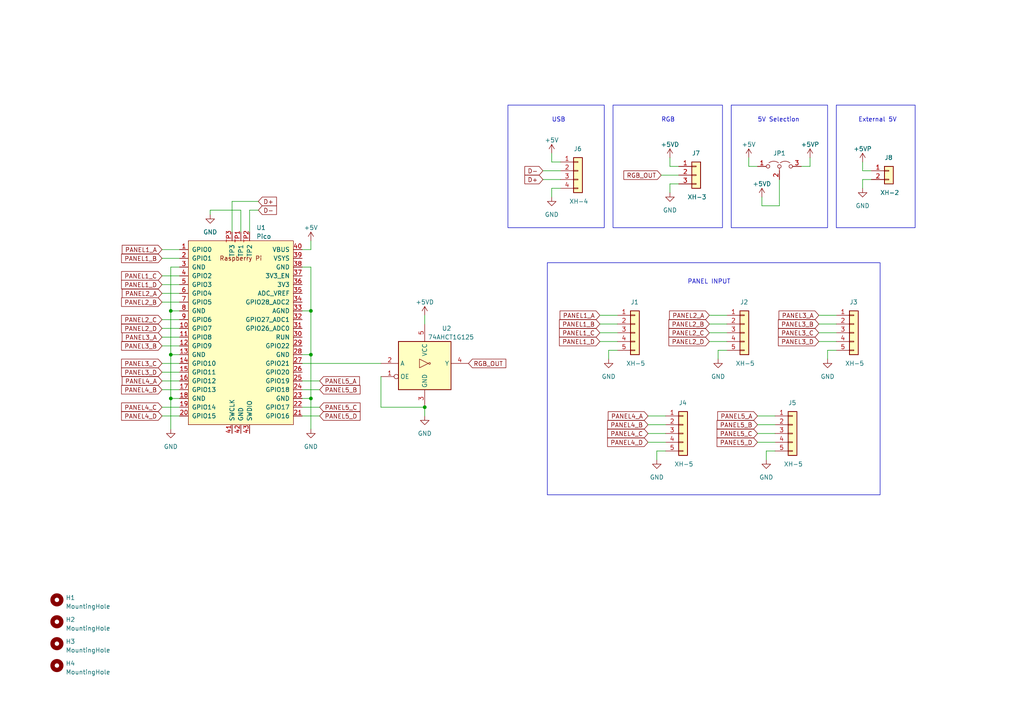
<source format=kicad_sch>
(kicad_sch (version 20230121) (generator eeschema)
  (paper "A4")
  (lib_symbols
    (symbol "Connector_Generic:Conn_01x02" (pin_names (offset 1.016) hide)
      (property "Reference" "J" (at 0 2.54 0))
      (property "Value" "Conn_01x02" (at 0 -5.08 0))
      (symbol "Conn_01x02_1_1"
        (rectangle (start -1.27 -2.413) (end 0 -2.667) (stroke (width 0.1524)))
        (rectangle (start -1.27 0.127) (end 0 -0.127) (stroke (width 0.1524)))
        (rectangle (start -1.27 1.27) (end 1.27 -3.81) (stroke (width 0.254)) (fill (type background)))
        (pin passive line (at -5.08 0 0) (length 3.81) (name "Pin_1") (number "1"))
        (pin passive line (at -5.08 -2.54 0) (length 3.81) (name "Pin_2") (number "2"))
      )
    )
    (symbol "Connector_Generic:Conn_01x03" (pin_names (offset 1.016) hide)
      (property "Reference" "J" (at 0 5.08 0))
      (property "Value" "Conn_01x03" (at 0 -5.08 0))
      (symbol "Conn_01x03_1_1"
        (rectangle (start -1.27 -2.413) (end 0 -2.667) (stroke (width 0.1524)))
        (rectangle (start -1.27 0.127) (end 0 -0.127) (stroke (width 0.1524)))
        (rectangle (start -1.27 2.667) (end 0 2.413) (stroke (width 0.1524)))
        (rectangle (start -1.27 3.81) (end 1.27 -3.81) (stroke (width 0.254)) (fill (type background)))
        (pin passive line (at -5.08 2.54 0) (length 3.81) (name "Pin_1") (number "1"))
        (pin passive line (at -5.08 0 0) (length 3.81) (name "Pin_2") (number "2"))
        (pin passive line (at -5.08 -2.54 0) (length 3.81) (name "Pin_3") (number "3"))
      )
    )
    (symbol "Connector_Generic:Conn_01x04" (pin_names (offset 1.016) hide)
      (property "Reference" "J" (at 0 5.08 0))
      (property "Value" "Conn_01x04" (at 0 -7.62 0))
      (symbol "Conn_01x04_1_1"
        (rectangle (start -1.27 -4.953) (end 0 -5.207) (stroke (width 0.1524)))
        (rectangle (start -1.27 -2.413) (end 0 -2.667) (stroke (width 0.1524)))
        (rectangle (start -1.27 0.127) (end 0 -0.127) (stroke (width 0.1524)))
        (rectangle (start -1.27 2.667) (end 0 2.413) (stroke (width 0.1524)))
        (rectangle (start -1.27 3.81) (end 1.27 -6.35) (stroke (width 0.254)) (fill (type background)))
        (pin passive line (at -5.08 2.54 0) (length 3.81) (name "Pin_1") (number "1"))
        (pin passive line (at -5.08 0 0) (length 3.81) (name "Pin_2") (number "2"))
        (pin passive line (at -5.08 -2.54 0) (length 3.81) (name "Pin_3") (number "3"))
        (pin passive line (at -5.08 -5.08 0) (length 3.81) (name "Pin_4") (number "4"))
      )
    )
    (symbol "Connector_Generic:Conn_01x05" (pin_names (offset 1.016) hide)
      (property "Reference" "J" (at 0 7.62 0))
      (property "Value" "Conn_01x05" (at 0 -7.62 0))
      (symbol "Conn_01x05_1_1"
        (rectangle (start -1.27 -4.953) (end 0 -5.207) (stroke (width 0.1524)))
        (rectangle (start -1.27 -2.413) (end 0 -2.667) (stroke (width 0.1524)))
        (rectangle (start -1.27 0.127) (end 0 -0.127) (stroke (width 0.1524)))
        (rectangle (start -1.27 2.667) (end 0 2.413) (stroke (width 0.1524)))
        (rectangle (start -1.27 5.207) (end 0 4.953) (stroke (width 0.1524)))
        (rectangle (start -1.27 6.35) (end 1.27 -6.35) (stroke (width 0.254)) (fill (type background)))
        (pin passive line (at -5.08 5.08 0) (length 3.81) (name "Pin_1") (number "1"))
        (pin passive line (at -5.08 2.54 0) (length 3.81) (name "Pin_2") (number "2"))
        (pin passive line (at -5.08 0 0) (length 3.81) (name "Pin_3") (number "3"))
        (pin passive line (at -5.08 -2.54 0) (length 3.81) (name "Pin_4") (number "4"))
        (pin passive line (at -5.08 -5.08 0) (length 3.81) (name "Pin_5") (number "5"))
      )
    )
    (symbol "Jumper:Jumper_3_Open" (pin_names (offset 0) hide)
      (property "Reference" "JP" (at -2.54 -2.54 0))
      (property "Value" "Jumper_3_Open" (at 0 2.794 0))
      (symbol "Jumper_3_Open_0_0"
        (circle (center -3.302 0) (radius 0.508))
        (circle (center 0 0) (radius 0.508))
        (circle (center 3.302 0) (radius 0.508))
      )
      (symbol "Jumper_3_Open_0_1"
        (arc (start -0.254 1.016) (mid -1.651 1.4992) (end -3.048 1.016))
        (polyline (pts (xy 0 -0.508) (xy 0 -1.27)))
        (arc (start 3.048 1.016) (mid 1.651 1.4992) (end 0.254 1.016))
      )
      (symbol "Jumper_3_Open_1_1"
        (pin passive line (at -6.35 0 0) (length 2.54) (name "A") (number "1"))
        (pin passive line (at 0 -3.81 90) (length 2.54) (name "C") (number "2"))
        (pin passive line (at 6.35 0 180) (length 2.54) (name "B") (number "3"))
      )
    )
    (symbol "MCU_RaspberryPi_and_Boards:Pico" (pin_names (offset 1.016))
      (property "Reference" "U" (at -13.97 27.94 0))
      (property "Value" "Pico" (at 0 19.05 0))
      (symbol "Pico_0_0"
        (text "Raspberry Pi" (at 0 21.59 0) (effects (font (size 1.27 1.27))))
      )
      (symbol "Pico_0_1"
        (rectangle (start -15.24 26.67) (end 15.24 -26.67) (fill (type background)))
      )
      (symbol "Pico_1_1"
        (pin bidirectional line (at -17.78 24.13 0) (length 2.54) (name "GPIO0") (number "1"))
        (pin bidirectional line (at -17.78 1.27 0) (length 2.54) (name "GPIO7") (number "10"))
        (pin bidirectional line (at -17.78 -1.27 0) (length 2.54) (name "GPIO8") (number "11"))
        (pin bidirectional line (at -17.78 -3.81 0) (length 2.54) (name "GPIO9") (number "12"))
        (pin power_in line (at -17.78 -6.35 0) (length 2.54) (name "GND") (number "13"))
        (pin bidirectional line (at -17.78 -8.89 0) (length 2.54) (name "GPIO10") (number "14"))
        (pin bidirectional line (at -17.78 -11.43 0) (length 2.54) (name "GPIO11") (number "15"))
        (pin bidirectional line (at -17.78 -13.97 0) (length 2.54) (name "GPIO12") (number "16"))
        (pin bidirectional line (at -17.78 -16.51 0) (length 2.54) (name "GPIO13") (number "17"))
        (pin power_in line (at -17.78 -19.05 0) (length 2.54) (name "GND") (number "18"))
        (pin bidirectional line (at -17.78 -21.59 0) (length 2.54) (name "GPIO14") (number "19"))
        (pin bidirectional line (at -17.78 21.59 0) (length 2.54) (name "GPIO1") (number "2"))
        (pin bidirectional line (at -17.78 -24.13 0) (length 2.54) (name "GPIO15") (number "20"))
        (pin bidirectional line (at 17.78 -24.13 180) (length 2.54) (name "GPIO16") (number "21"))
        (pin bidirectional line (at 17.78 -21.59 180) (length 2.54) (name "GPIO17") (number "22"))
        (pin power_in line (at 17.78 -19.05 180) (length 2.54) (name "GND") (number "23"))
        (pin bidirectional line (at 17.78 -16.51 180) (length 2.54) (name "GPIO18") (number "24"))
        (pin bidirectional line (at 17.78 -13.97 180) (length 2.54) (name "GPIO19") (number "25"))
        (pin bidirectional line (at 17.78 -11.43 180) (length 2.54) (name "GPIO20") (number "26"))
        (pin bidirectional line (at 17.78 -8.89 180) (length 2.54) (name "GPIO21") (number "27"))
        (pin power_in line (at 17.78 -6.35 180) (length 2.54) (name "GND") (number "28"))
        (pin bidirectional line (at 17.78 -3.81 180) (length 2.54) (name "GPIO22") (number "29"))
        (pin power_in line (at -17.78 19.05 0) (length 2.54) (name "GND") (number "3"))
        (pin input line (at 17.78 -1.27 180) (length 2.54) (name "RUN") (number "30"))
        (pin bidirectional line (at 17.78 1.27 180) (length 2.54) (name "GPIO26_ADC0") (number "31"))
        (pin bidirectional line (at 17.78 3.81 180) (length 2.54) (name "GPIO27_ADC1") (number "32"))
        (pin power_in line (at 17.78 6.35 180) (length 2.54) (name "AGND") (number "33"))
        (pin bidirectional line (at 17.78 8.89 180) (length 2.54) (name "GPIO28_ADC2") (number "34"))
        (pin unspecified line (at 17.78 11.43 180) (length 2.54) (name "ADC_VREF") (number "35"))
        (pin unspecified line (at 17.78 13.97 180) (length 2.54) (name "3V3") (number "36"))
        (pin input line (at 17.78 16.51 180) (length 2.54) (name "3V3_EN") (number "37"))
        (pin bidirectional line (at 17.78 19.05 180) (length 2.54) (name "GND") (number "38"))
        (pin unspecified line (at 17.78 21.59 180) (length 2.54) (name "VSYS") (number "39"))
        (pin bidirectional line (at -17.78 16.51 0) (length 2.54) (name "GPIO2") (number "4"))
        (pin unspecified line (at 17.78 24.13 180) (length 2.54) (name "VBUS") (number "40"))
        (pin input line (at -2.54 -29.21 90) (length 2.54) (name "SWCLK") (number "41"))
        (pin power_in line (at 0 -29.21 90) (length 2.54) (name "GND") (number "42"))
        (pin bidirectional line (at 2.54 -29.21 90) (length 2.54) (name "SWDIO") (number "43"))
        (pin bidirectional line (at -17.78 13.97 0) (length 2.54) (name "GPIO3") (number "5"))
        (pin bidirectional line (at -17.78 11.43 0) (length 2.54) (name "GPIO4") (number "6"))
        (pin bidirectional line (at -17.78 8.89 0) (length 2.54) (name "GPIO5") (number "7"))
        (pin power_in line (at -17.78 6.35 0) (length 2.54) (name "GND") (number "8"))
        (pin bidirectional line (at -17.78 3.81 0) (length 2.54) (name "GPIO6") (number "9"))
        (pin unspecified line (at 0 29.21 270) (length 2.54) (name "TP1") (number "TP1"))
        (pin bidirectional line (at 2.54 29.21 270) (length 2.54) (name "TP2") (number "TP2"))
        (pin bidirectional line (at -2.54 29.21 270) (length 2.54) (name "TP3") (number "TP3"))
      )
    )
    (symbol "Mechanical:MountingHole" (pin_names (offset 1.016))
      (property "Reference" "H" (at 0 5.08 0))
      (property "Value" "MountingHole" (at 0 3.175 0))
      (symbol "MountingHole_0_1"
        (circle (center 0 0) (radius 1.27) (stroke (width 1.27)))
      )
    )
    (symbol "SN74AHCT1G125:SN74AHCT1G125"
      (property "Reference" "U" (at -7.62 16.51 0))
      (property "Value" "74AHCT1G125" (at -7.62 -16.51 0))
      (symbol "SN74AHCT1G125_1_0"
        (polyline (pts (xy 1.016 0) (xy -1.524 1.27) (xy -1.524 -1.27) (xy 1.016 0)) (stroke (width 0.1524)))
        (circle (center 1.397 0) (radius 0.254) (stroke (width 0.1524)))
        (pin input inverted (at -12.7 -3.81 0) (length 5.08) (name "OE") (number "1"))
        (pin input line (at -12.7 0 0) (length 5.08) (name "A") (number "2"))
        (pin power_in line (at 0 -12.7 90) (length 5.08) (name "GND") (number "3"))
        (pin tri_state line (at 12.7 0 180) (length 5.08) (name "Y") (number "4"))
        (pin power_in line (at 0 11.43 270) (length 5.08) (name "VCC") (number "5"))
      )
      (symbol "SN74AHCT1G125_1_1"
        (rectangle (start -7.62 6.35) (end 7.62 -7.62) (stroke (width 0.254)) (fill (type background)))
      )
    )
    (symbol "power:+5V" (power) (pin_names (offset 0))
      (property "Value" "+5V" (at 0 3.556 0))
      (symbol "+5V_0_1"
        (polyline (pts (xy -0.762 1.27) (xy 0 2.54)))
        (polyline (pts (xy 0 0) (xy 0 2.54)))
        (polyline (pts (xy 0 2.54) (xy 0.762 1.27)))
      )
      (symbol "+5V_1_1"
        (pin power_in line (at 0 0 90) (length 0) hide (name "+5V") (number "1"))
      )
    )
    (symbol "power:+5VD" (power) (pin_names (offset 0))
      (property "Value" "+5VD" (at 0 3.556 0))
      (symbol "+5VD_0_1"
        (polyline (pts (xy -0.762 1.27) (xy 0 2.54)))
        (polyline (pts (xy 0 0) (xy 0 2.54)))
        (polyline (pts (xy 0 2.54) (xy 0.762 1.27)))
      )
      (symbol "+5VD_1_1"
        (pin power_in line (at 0 0 90) (length 0) hide (name "+5VD") (number "1"))
      )
    )
    (symbol "power:+5VP" (power) (pin_names (offset 0))
      (property "Value" "+5VP" (at 0 3.556 0))
      (symbol "+5VP_0_1"
        (polyline (pts (xy -0.762 1.27) (xy 0 2.54)))
        (polyline (pts (xy 0 0) (xy 0 2.54)))
        (polyline (pts (xy 0 2.54) (xy 0.762 1.27)))
      )
      (symbol "+5VP_1_1"
        (pin power_in line (at 0 0 90) (length 0) hide (name "+5VP") (number "1"))
      )
    )
    (symbol "power:GND" (power) (pin_names (offset 0))
      (property "Value" "GND" (at 0 -3.81 0))
      (symbol "GND_0_1"
        (polyline (pts (xy 0 0) (xy 0 -1.27) (xy 1.27 -1.27) (xy 0 -2.54) (xy -1.27 -1.27) (xy 0 -1.27)))
      )
      (symbol "GND_1_1"
        (pin power_in line (at 0 0 270) (length 0) hide (name "GND") (number "1"))
      )
    )
  )
  (junction (at 123.19 118.11))
  (junction (at 49.53 115.57))
  (junction (at 49.53 102.87))
  (junction (at 90.17 115.57))
  (junction (at 90.17 102.87))
  (junction (at 49.53 90.17))
  (junction (at 90.17 90.17))
  (wire (pts (xy 179.07 101.6) (xy 176.53 101.6)))
  (wire (pts (xy 252.73 52.07) (xy 250.19 52.07)))
  (wire (pts (xy 46.99 120.65) (xy 52.07 120.65)))
  (wire (pts (xy 196.85 53.34) (xy 194.31 53.34)))
  (wire (pts (xy 92.71 110.49) (xy 87.63 110.49)))
  (wire (pts (xy 49.53 102.87) (xy 52.07 102.87)))
  (wire (pts (xy 160.02 46.99) (xy 160.02 44.45)))
  (wire (pts (xy 187.96 123.19) (xy 193.04 123.19)))
  (wire (pts (xy 46.99 82.55) (xy 52.07 82.55)))
  (wire (pts (xy 194.31 48.26) (xy 194.31 45.72)))
  (wire (pts (xy 205.74 99.06) (xy 210.82 99.06)))
  (wire (pts (xy 194.31 48.26) (xy 196.85 48.26)))
  (wire (pts (xy 237.49 91.44) (xy 242.57 91.44)))
  (wire (pts (xy 90.17 102.87) (xy 90.17 115.57)))
  (wire (pts (xy 205.74 93.98) (xy 210.82 93.98)))
  (wire (pts (xy 87.63 77.47) (xy 90.17 77.47)))
  (wire (pts (xy 217.17 48.26) (xy 217.17 45.72)))
  (wire (pts (xy 242.57 101.6) (xy 240.03 101.6)))
  (wire (pts (xy 87.63 102.87) (xy 90.17 102.87)))
  (wire (pts (xy 49.53 115.57) (xy 49.53 124.46)))
  (wire (pts (xy 187.96 128.27) (xy 193.04 128.27)))
  (wire (pts (xy 46.99 110.49) (xy 52.07 110.49)))
  (wire (pts (xy 87.63 90.17) (xy 90.17 90.17)))
  (wire (pts (xy 162.56 54.61) (xy 160.02 54.61)))
  (wire (pts (xy 49.53 115.57) (xy 49.53 102.87)))
  (wire (pts (xy 220.98 59.69) (xy 226.06 59.69)))
  (wire (pts (xy 46.99 85.09) (xy 52.07 85.09)))
  (wire (pts (xy 49.53 102.87) (xy 49.53 90.17)))
  (wire (pts (xy 90.17 77.47) (xy 90.17 90.17)))
  (wire (pts (xy 237.49 96.52) (xy 242.57 96.52)))
  (wire (pts (xy 110.49 109.22) (xy 110.49 118.11)))
  (wire (pts (xy 173.99 93.98) (xy 179.07 93.98)))
  (wire (pts (xy 190.5 130.81) (xy 190.5 133.35)))
  (wire (pts (xy 237.49 99.06) (xy 242.57 99.06)))
  (wire (pts (xy 87.63 115.57) (xy 90.17 115.57)))
  (wire (pts (xy 194.31 53.34) (xy 194.31 55.88)))
  (wire (pts (xy 69.85 60.96) (xy 60.96 60.96)))
  (wire (pts (xy 46.99 97.79) (xy 52.07 97.79)))
  (wire (pts (xy 49.53 77.47) (xy 52.07 77.47)))
  (wire (pts (xy 110.49 118.11) (xy 123.19 118.11)))
  (wire (pts (xy 46.99 113.03) (xy 52.07 113.03)))
  (wire (pts (xy 210.82 101.6) (xy 208.28 101.6)))
  (wire (pts (xy 90.17 72.39) (xy 90.17 69.85)))
  (wire (pts (xy 49.53 90.17) (xy 52.07 90.17)))
  (wire (pts (xy 87.63 105.41) (xy 110.49 105.41)))
  (wire (pts (xy 224.79 130.81) (xy 222.25 130.81)))
  (wire (pts (xy 250.19 49.53) (xy 250.19 46.99)))
  (wire (pts (xy 49.53 90.17) (xy 49.53 77.47)))
  (wire (pts (xy 219.71 123.19) (xy 224.79 123.19)))
  (wire (pts (xy 173.99 96.52) (xy 179.07 96.52)))
  (wire (pts (xy 46.99 95.25) (xy 52.07 95.25)))
  (wire (pts (xy 205.74 96.52) (xy 210.82 96.52)))
  (wire (pts (xy 74.93 58.42) (xy 67.31 58.42)))
  (wire (pts (xy 237.49 93.98) (xy 242.57 93.98)))
  (wire (pts (xy 46.99 100.33) (xy 52.07 100.33)))
  (wire (pts (xy 162.56 46.99) (xy 160.02 46.99)))
  (wire (pts (xy 173.99 99.06) (xy 179.07 99.06)))
  (wire (pts (xy 250.19 52.07) (xy 250.19 54.61)))
  (wire (pts (xy 90.17 90.17) (xy 90.17 102.87)))
  (wire (pts (xy 69.85 67.31) (xy 69.85 60.96)))
  (wire (pts (xy 92.71 113.03) (xy 87.63 113.03)))
  (wire (pts (xy 187.96 120.65) (xy 193.04 120.65)))
  (wire (pts (xy 46.99 74.93) (xy 52.07 74.93)))
  (wire (pts (xy 52.07 115.57) (xy 49.53 115.57)))
  (wire (pts (xy 232.41 48.26) (xy 234.95 48.26)))
  (wire (pts (xy 46.99 80.01) (xy 52.07 80.01)))
  (wire (pts (xy 46.99 105.41) (xy 52.07 105.41)))
  (wire (pts (xy 191.77 50.8) (xy 196.85 50.8)))
  (wire (pts (xy 46.99 118.11) (xy 52.07 118.11)))
  (wire (pts (xy 252.73 49.53) (xy 250.19 49.53)))
  (wire (pts (xy 46.99 72.39) (xy 52.07 72.39)))
  (wire (pts (xy 92.71 120.65) (xy 87.63 120.65)))
  (wire (pts (xy 60.96 60.96) (xy 60.96 62.23)))
  (wire (pts (xy 222.25 130.81) (xy 222.25 133.35)))
  (wire (pts (xy 72.39 67.31) (xy 72.39 60.96)))
  (wire (pts (xy 157.48 49.53) (xy 162.56 49.53)))
  (wire (pts (xy 234.95 48.26) (xy 234.95 45.72)))
  (wire (pts (xy 219.71 48.26) (xy 217.17 48.26)))
  (wire (pts (xy 240.03 101.6) (xy 240.03 104.14)))
  (wire (pts (xy 123.19 91.44) (xy 123.19 93.98)))
  (wire (pts (xy 87.63 72.39) (xy 90.17 72.39)))
  (wire (pts (xy 176.53 101.6) (xy 176.53 104.14)))
  (wire (pts (xy 72.39 60.96) (xy 74.93 60.96)))
  (wire (pts (xy 220.98 57.15) (xy 220.98 59.69)))
  (wire (pts (xy 208.28 101.6) (xy 208.28 104.14)))
  (wire (pts (xy 219.71 125.73) (xy 224.79 125.73)))
  (wire (pts (xy 67.31 58.42) (xy 67.31 67.31)))
  (wire (pts (xy 173.99 91.44) (xy 179.07 91.44)))
  (wire (pts (xy 219.71 128.27) (xy 224.79 128.27)))
  (wire (pts (xy 123.19 120.65) (xy 123.19 118.11)))
  (wire (pts (xy 219.71 120.65) (xy 224.79 120.65)))
  (wire (pts (xy 187.96 125.73) (xy 193.04 125.73)))
  (wire (pts (xy 92.71 118.11) (xy 87.63 118.11)))
  (wire (pts (xy 46.99 92.71) (xy 52.07 92.71)))
  (wire (pts (xy 46.99 107.95) (xy 52.07 107.95)))
  (wire (pts (xy 193.04 130.81) (xy 190.5 130.81)))
  (wire (pts (xy 160.02 54.61) (xy 160.02 57.15)))
  (wire (pts (xy 157.48 52.07) (xy 162.56 52.07)))
  (wire (pts (xy 46.99 87.63) (xy 52.07 87.63)))
  (wire (pts (xy 226.06 59.69) (xy 226.06 52.07)))
  (wire (pts (xy 90.17 115.57) (xy 90.17 124.46)))
  (wire (pts (xy 205.74 91.44) (xy 210.82 91.44)))
  (rectangle (start 212.09 30.48) (end 240.03 66.04))
  (rectangle (start 242.57 30.48) (end 265.43 66.04))
  (rectangle (start 177.8 30.48) (end 209.55 66.04))
  (rectangle (start 158.75 76.2) (end 255.27 143.51))
  (rectangle (start 147.32 30.48) (end 175.26 66.04))
  (text "External 5V" (at 248.92 35.56 0) (effects (font (size 1.27 1.27)) (justify left bottom)))
  (text "PANEL INPUT" (at 199.39 82.55 0) (effects (font (size 1.27 1.27)) (justify left bottom)))
  (text "5V Selection" (at 219.71 35.56 0) (effects (font (size 1.27 1.27)) (justify left bottom)))
  (text "RGB" (at 191.77 35.56 0) (effects (font (size 1.27 1.27)) (justify left bottom)))
  (text "USB" (at 160.02 35.56 0) (effects (font (size 1.27 1.27)) (justify left bottom)))
  (global_label "D+" (shape input) (at 74.93 58.42 0) (property "Intersheetrefs" "${INTERSHEET_REFS}" (effects hide)))
  (global_label "PANEL2_A" (shape input) (at 46.99 85.09 180) (property "Intersheetrefs" "${INTERSHEET_REFS}" (effects hide)))
  (global_label "PANEL1_B" (shape input) (at 46.99 74.93 180) (property "Intersheetrefs" "${INTERSHEET_REFS}" (effects hide)))
  (global_label "PANEL5_B" (shape input) (at 92.71 113.03 0) (property "Intersheetrefs" "${INTERSHEET_REFS}" (effects hide)))
  (global_label "PANEL3_D" (shape input) (at 46.99 107.95 180) (property "Intersheetrefs" "${INTERSHEET_REFS}" (effects hide)))
  (global_label "PANEL4_A" (shape input) (at 187.96 120.65 180) (property "Intersheetrefs" "${INTERSHEET_REFS}" (effects hide)))
  (global_label "PANEL3_C" (shape input) (at 237.49 96.52 180) (property "Intersheetrefs" "${INTERSHEET_REFS}" (effects hide)))
  (global_label "PANEL1_D" (shape input) (at 173.99 99.06 180) (property "Intersheetrefs" "${INTERSHEET_REFS}" (effects hide)))
  (global_label "D+" (shape input) (at 157.48 52.07 180) (property "Intersheetrefs" "${INTERSHEET_REFS}" (effects hide)))
  (global_label "RGB_OUT" (shape input) (at 135.89 105.41 0) (property "Intersheetrefs" "${INTERSHEET_REFS}" (effects hide)))
  (global_label "PANEL2_D" (shape input) (at 46.99 95.25 180) (property "Intersheetrefs" "${INTERSHEET_REFS}" (effects hide)))
  (global_label "PANEL4_B" (shape input) (at 46.99 113.03 180) (property "Intersheetrefs" "${INTERSHEET_REFS}" (effects hide)))
  (global_label "PANEL2_B" (shape input) (at 205.74 93.98 180) (property "Intersheetrefs" "${INTERSHEET_REFS}" (effects hide)))
  (global_label "PANEL2_D" (shape input) (at 205.74 99.06 180) (property "Intersheetrefs" "${INTERSHEET_REFS}" (effects hide)))
  (global_label "D-" (shape input) (at 157.48 49.53 180) (property "Intersheetrefs" "${INTERSHEET_REFS}" (effects hide)))
  (global_label "PANEL1_C" (shape input) (at 46.99 80.01 180) (property "Intersheetrefs" "${INTERSHEET_REFS}" (effects hide)))
  (global_label "PANEL1_A" (shape input) (at 173.99 91.44 180) (property "Intersheetrefs" "${INTERSHEET_REFS}" (effects hide)))
  (global_label "PANEL5_D" (shape input) (at 92.71 120.65 0) (property "Intersheetrefs" "${INTERSHEET_REFS}" (effects hide)))
  (global_label "PANEL4_C" (shape input) (at 46.99 118.11 180) (property "Intersheetrefs" "${INTERSHEET_REFS}" (effects hide)))
  (global_label "PANEL3_A" (shape input) (at 237.49 91.44 180) (property "Intersheetrefs" "${INTERSHEET_REFS}" (effects hide)))
  (global_label "PANEL5_A" (shape input) (at 219.71 120.65 180) (property "Intersheetrefs" "${INTERSHEET_REFS}" (effects hide)))
  (global_label "PANEL5_B" (shape input) (at 219.71 123.19 180) (property "Intersheetrefs" "${INTERSHEET_REFS}" (effects hide)))
  (global_label "D-" (shape input) (at 74.93 60.96 0) (property "Intersheetrefs" "${INTERSHEET_REFS}" (effects hide)))
  (global_label "PANEL4_C" (shape input) (at 187.96 125.73 180) (property "Intersheetrefs" "${INTERSHEET_REFS}" (effects hide)))
  (global_label "PANEL3_B" (shape input) (at 237.49 93.98 180) (property "Intersheetrefs" "${INTERSHEET_REFS}" (effects hide)))
  (global_label "RGB_OUT" (shape input) (at 191.77 50.8 180) (property "Intersheetrefs" "${INTERSHEET_REFS}" (effects hide)))
  (global_label "PANEL4_A" (shape input) (at 46.99 110.49 180) (property "Intersheetrefs" "${INTERSHEET_REFS}" (effects hide)))
  (global_label "PANEL2_B" (shape input) (at 46.99 87.63 180) (property "Intersheetrefs" "${INTERSHEET_REFS}" (effects hide)))
  (global_label "PANEL1_C" (shape input) (at 173.99 96.52 180) (property "Intersheetrefs" "${INTERSHEET_REFS}" (effects hide)))
  (global_label "PANEL1_D" (shape input) (at 46.99 82.55 180) (property "Intersheetrefs" "${INTERSHEET_REFS}" (effects hide)))
  (global_label "PANEL1_B" (shape input) (at 173.99 93.98 180) (property "Intersheetrefs" "${INTERSHEET_REFS}" (effects hide)))
  (global_label "PANEL2_A" (shape input) (at 205.74 91.44 180) (property "Intersheetrefs" "${INTERSHEET_REFS}" (effects hide)))
  (global_label "PANEL2_C" (shape input) (at 46.99 92.71 180) (property "Intersheetrefs" "${INTERSHEET_REFS}" (effects hide)))
  (global_label "PANEL3_D" (shape input) (at 237.49 99.06 180) (property "Intersheetrefs" "${INTERSHEET_REFS}" (effects hide)))
  (global_label "PANEL3_C" (shape input) (at 46.99 105.41 180) (property "Intersheetrefs" "${INTERSHEET_REFS}" (effects hide)))
  (global_label "PANEL5_C" (shape input) (at 219.71 125.73 180) (property "Intersheetrefs" "${INTERSHEET_REFS}" (effects hide)))
  (global_label "PANEL3_A" (shape input) (at 46.99 97.79 180) (property "Intersheetrefs" "${INTERSHEET_REFS}" (effects hide)))
  (global_label "PANEL2_C" (shape input) (at 205.74 96.52 180) (property "Intersheetrefs" "${INTERSHEET_REFS}" (effects hide)))
  (global_label "PANEL4_D" (shape input) (at 187.96 128.27 180) (property "Intersheetrefs" "${INTERSHEET_REFS}" (effects hide)))
  (global_label "PANEL4_B" (shape input) (at 187.96 123.19 180) (property "Intersheetrefs" "${INTERSHEET_REFS}" (effects hide)))
  (global_label "PANEL1_A" (shape input) (at 46.99 72.39 180) (property "Intersheetrefs" "${INTERSHEET_REFS}" (effects hide)))
  (global_label "PANEL5_C" (shape input) (at 92.71 118.11 0) (property "Intersheetrefs" "${INTERSHEET_REFS}" (effects hide)))
  (global_label "PANEL3_B" (shape input) (at 46.99 100.33 180) (property "Intersheetrefs" "${INTERSHEET_REFS}" (effects hide)))
  (global_label "PANEL5_A" (shape input) (at 92.71 110.49 0) (property "Intersheetrefs" "${INTERSHEET_REFS}" (effects hide)))
  (global_label "PANEL4_D" (shape input) (at 46.99 120.65 180) (property "Intersheetrefs" "${INTERSHEET_REFS}" (effects hide)))
  (global_label "PANEL5_D" (shape input) (at 219.71 128.27 180) (property "Intersheetrefs" "${INTERSHEET_REFS}" (effects hide)))
  (symbol (lib_id "Connector_Generic:Conn_01x05") (at 229.87 125.73 0) (unit 1)
    (property "Reference" "J5" (at 228.6 116.84 0) (effects (justify left)))
    (property "Value" "XH-5" (at 227.33 134.62 0) (effects (justify left)))
    (property "Footprint" "Connector_JST:JST_XH_S5B-XH-A-1_1x05_P2.50mm_Horizontal" (effects hide))
  )
  (symbol (lib_id "Connector_Generic:Conn_01x03") (at 201.93 50.8 0) (unit 1)
    (property "Reference" "J7" (at 200.66 44.45 0) (effects (justify left)))
    (property "Value" "XH-3" (at 199.39 57.15 0) (effects (justify left)))
    (property "Footprint" "Connector_JST:JST_XH_S3B-XH-A-1_1x03_P2.50mm_Horizontal" (effects hide))
  )
  (symbol (lib_id "power:GND") (at 222.25 133.35 0) (unit 1)
    (property "Reference" "#PWR05" (effects hide))
    (property "Value" "GND" (at 222.25 138.43 0))
  )
  (symbol (lib_id "Mechanical:MountingHole") (at 16.51 173.99 0) (unit 1)
    (property "Reference" "H1" (at 19.05 173.355 0) (effects (justify left)))
    (property "Value" "MountingHole" (at 19.05 175.895 0) (effects (justify left)))
    (property "Footprint" "MountingHole:MountingHole_3.2mm_M3_DIN965_Pad" (effects hide))
  )
  (symbol (lib_id "Connector_Generic:Conn_01x05") (at 198.12 125.73 0) (unit 1)
    (property "Reference" "J4" (at 196.85 116.84 0) (effects (justify left)))
    (property "Value" "XH-5" (at 195.58 134.62 0) (effects (justify left)))
    (property "Footprint" "Connector_JST:JST_XH_S5B-XH-A-1_1x05_P2.50mm_Horizontal" (effects hide))
  )
  (symbol (lib_id "power:+5V") (at 90.17 69.85 0) (unit 1)
    (property "Reference" "#PWR09" (effects hide))
    (property "Value" "+5V" (at 90.17 66.04 0))
  )
  (symbol (lib_id "Mechanical:MountingHole") (at 16.51 186.69 0) (unit 1)
    (property "Reference" "H3" (at 19.05 186.055 0) (effects (justify left)))
    (property "Value" "MountingHole" (at 19.05 188.595 0) (effects (justify left)))
    (property "Footprint" "MountingHole:MountingHole_3.2mm_M3_DIN965_Pad" (effects hide))
  )
  (symbol (lib_id "MCU_RaspberryPi_and_Boards:Pico") (at 69.85 96.52 0) (unit 1)
    (property "Reference" "U1" (at 74.3459 66.04 0) (effects (justify left)))
    (property "Value" "Pico" (at 74.3459 68.58 0) (effects (justify left)))
    (property "Footprint" "MCU_RaspberryPi_and_Boards:RPi_Pico_SMD_TH" (effects hide))
  )
  (symbol (lib_id "power:+5VP") (at 234.95 45.72 0) (unit 1)
    (property "Reference" "#PWR020" (effects hide))
    (property "Value" "+5VP" (at 234.95 41.91 0))
  )
  (symbol (lib_id "Connector_Generic:Conn_01x05") (at 184.15 96.52 0) (unit 1)
    (property "Reference" "J1" (at 182.88 87.63 0) (effects (justify left)))
    (property "Value" "XH-5" (at 181.61 105.41 0) (effects (justify left)))
    (property "Footprint" "Connector_JST:JST_XH_S5B-XH-A-1_1x05_P2.50mm_Horizontal" (effects hide))
  )
  (symbol (lib_id "Connector_Generic:Conn_01x05") (at 215.9 96.52 0) (unit 1)
    (property "Reference" "J2" (at 214.63 87.63 0) (effects (justify left)))
    (property "Value" "XH-5" (at 213.36 105.41 0) (effects (justify left)))
    (property "Footprint" "Connector_JST:JST_XH_S5B-XH-A-1_1x05_P2.50mm_Horizontal" (effects hide))
  )
  (symbol (lib_id "power:GND") (at 240.03 104.14 0) (unit 1)
    (property "Reference" "#PWR03" (effects hide))
    (property "Value" "GND" (at 240.03 109.22 0))
  )
  (symbol (lib_id "Jumper:Jumper_3_Open") (at 226.06 48.26 0) (unit 1)
    (property "Reference" "JP1" (at 226.06 44.45 0))
    (property "Value" "Jumper_3_Open" (effects hide))
    (property "Footprint" "Jumper:SolderJumper-3_P2.0mm_Open_TrianglePad1.0x1.5mm" (effects hide))
  )
  (symbol (lib_id "power:GND") (at 190.5 133.35 0) (unit 1)
    (property "Reference" "#PWR04" (effects hide))
    (property "Value" "GND" (at 190.5 138.43 0))
  )
  (symbol (lib_id "power:+5V") (at 160.02 44.45 0) (unit 1)
    (property "Reference" "#PWR07" (effects hide))
    (property "Value" "+5V" (at 160.02 40.64 0))
  )
  (symbol (lib_id "power:GND") (at 160.02 57.15 0) (unit 1)
    (property "Reference" "#PWR06" (effects hide))
    (property "Value" "GND" (at 160.02 62.23 0))
  )
  (symbol (lib_id "power:GND") (at 208.28 104.14 0) (unit 1)
    (property "Reference" "#PWR02" (effects hide))
    (property "Value" "GND" (at 208.28 109.22 0))
  )
  (symbol (lib_id "power:GND") (at 60.96 62.23 0) (unit 1)
    (property "Reference" "#PWR08" (effects hide))
    (property "Value" "GND" (at 60.96 67.31 0))
  )
  (symbol (lib_id "SN74AHCT1G125:SN74AHCT1G125") (at 123.19 105.41 0) (unit 1)
    (property "Reference" "U2" (at 129.54 95.25 0))
    (property "Value" "74AHCT1G125" (at 130.81 97.79 0))
    (property "Footprint" "Package_TO_SOT_SMD:SOT-23-5_HandSoldering" (effects hide))
    (property "Datasheet" "https://www.ti.com/lit/gpn/SN74AHCT1G125" (effects hide))
  )
  (symbol (lib_id "power:+5VP") (at 250.19 46.99 0) (unit 1)
    (property "Reference" "#PWR018" (effects hide))
    (property "Value" "+5VP" (at 250.19 43.18 0))
  )
  (symbol (lib_id "Mechanical:MountingHole") (at 16.51 193.04 0) (unit 1)
    (property "Reference" "H4" (at 19.05 192.405 0) (effects (justify left)))
    (property "Value" "MountingHole" (at 19.05 194.945 0) (effects (justify left)))
    (property "Footprint" "MountingHole:MountingHole_3.2mm_M3_DIN965_Pad" (effects hide))
  )
  (symbol (lib_id "Connector_Generic:Conn_01x05") (at 247.65 96.52 0) (unit 1)
    (property "Reference" "J3" (at 246.38 87.63 0) (effects (justify left)))
    (property "Value" "XH-5" (at 245.11 105.41 0) (effects (justify left)))
    (property "Footprint" "Connector_JST:JST_XH_S5B-XH-A-1_1x05_P2.50mm_Horizontal" (effects hide))
  )
  (symbol (lib_id "power:GND") (at 90.17 124.46 0) (unit 1)
    (property "Reference" "#PWR011" (effects hide))
    (property "Value" "GND" (at 90.17 129.54 0))
  )
  (symbol (lib_id "power:GND") (at 49.53 124.46 0) (unit 1)
    (property "Reference" "#PWR010" (effects hide))
    (property "Value" "GND" (at 49.53 129.54 0))
  )
  (symbol (lib_id "power:GND") (at 176.53 104.14 0) (unit 1)
    (property "Reference" "#PWR01" (effects hide))
    (property "Value" "GND" (at 176.53 109.22 0))
  )
  (symbol (lib_id "power:+5VD") (at 123.19 91.44 0) (unit 1)
    (property "Reference" "#PWR014" (effects hide))
    (property "Value" "+5VD" (at 123.19 87.63 0))
  )
  (symbol (lib_id "power:GND") (at 194.31 55.88 0) (unit 1)
    (property "Reference" "#PWR013" (effects hide))
    (property "Value" "GND" (at 194.31 60.96 0))
  )
  (symbol (lib_id "power:+5VD") (at 194.31 45.72 0) (unit 1)
    (property "Reference" "#PWR017" (effects hide))
    (property "Value" "+5VD" (at 194.31 41.91 0))
  )
  (symbol (lib_id "Connector_Generic:Conn_01x02") (at 257.81 49.53 0) (unit 1)
    (property "Reference" "J8" (at 256.54 45.72 0) (effects (justify left)))
    (property "Value" "XH-2" (at 255.27 55.88 0) (effects (justify left)))
    (property "Footprint" "Connector_JST:JST_XH_S2B-XH-A-1_1x02_P2.50mm_Horizontal" (effects hide))
  )
  (symbol (lib_id "Connector_Generic:Conn_01x04") (at 167.64 49.53 0) (unit 1)
    (property "Reference" "J6" (at 166.37 43.18 0) (effects (justify left)))
    (property "Value" "XH-4" (at 165.1 58.42 0) (effects (justify left)))
    (property "Footprint" "Connector_JST:JST_XH_S4B-XH-A-1_1x04_P2.50mm_Horizontal" (effects hide))
  )
  (symbol (lib_id "Mechanical:MountingHole") (at 16.51 180.34 0) (unit 1)
    (property "Reference" "H2" (at 19.05 179.705 0) (effects (justify left)))
    (property "Value" "MountingHole" (at 19.05 182.245 0) (effects (justify left)))
    (property "Footprint" "MountingHole:MountingHole_3.2mm_M3_DIN965_Pad" (effects hide))
  )
  (symbol (lib_id "power:GND") (at 250.19 54.61 0) (unit 1)
    (property "Reference" "#PWR016" (effects hide))
    (property "Value" "GND" (at 250.19 59.69 0))
  )
  (symbol (lib_id "power:+5V") (at 217.17 45.72 0) (unit 1)
    (property "Reference" "#PWR012" (effects hide))
    (property "Value" "+5V" (at 217.17 41.91 0))
  )
  (symbol (lib_id "power:+5VD") (at 220.98 57.15 0) (unit 1)
    (property "Reference" "#PWR019" (effects hide))
    (property "Value" "+5VD" (at 220.98 53.34 0))
  )
  (symbol (lib_id "power:GND") (at 123.19 120.65 0) (unit 1)
    (property "Reference" "#PWR015" (effects hide))
    (property "Value" "GND" (at 123.19 125.73 0))
  )
)
</source>
